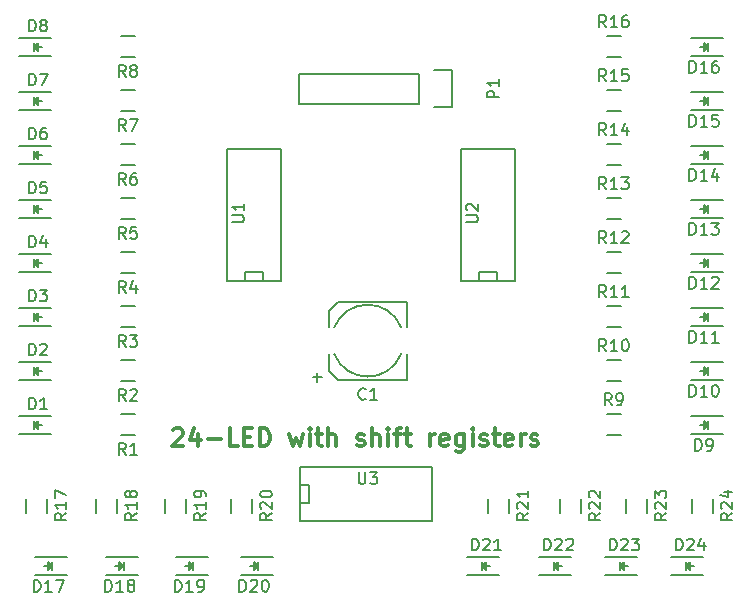
<source format=gto>
G04 #@! TF.FileFunction,Legend,Top*
%FSLAX46Y46*%
G04 Gerber Fmt 4.6, Leading zero omitted, Abs format (unit mm)*
G04 Created by KiCad (PCBNEW 4.0.4-stable) date 12/23/16 15:55:29*
%MOMM*%
%LPD*%
G01*
G04 APERTURE LIST*
%ADD10C,0.100000*%
%ADD11C,0.300000*%
%ADD12C,0.150000*%
G04 APERTURE END LIST*
D10*
D11*
X108995714Y-124924429D02*
X109067143Y-124853000D01*
X109210000Y-124781571D01*
X109567143Y-124781571D01*
X109710000Y-124853000D01*
X109781429Y-124924429D01*
X109852857Y-125067286D01*
X109852857Y-125210143D01*
X109781429Y-125424429D01*
X108924286Y-126281571D01*
X109852857Y-126281571D01*
X111138571Y-125281571D02*
X111138571Y-126281571D01*
X110781428Y-124710143D02*
X110424285Y-125781571D01*
X111352857Y-125781571D01*
X111924285Y-125710143D02*
X113067142Y-125710143D01*
X114495714Y-126281571D02*
X113781428Y-126281571D01*
X113781428Y-124781571D01*
X114995714Y-125495857D02*
X115495714Y-125495857D01*
X115710000Y-126281571D02*
X114995714Y-126281571D01*
X114995714Y-124781571D01*
X115710000Y-124781571D01*
X116352857Y-126281571D02*
X116352857Y-124781571D01*
X116710000Y-124781571D01*
X116924285Y-124853000D01*
X117067143Y-124995857D01*
X117138571Y-125138714D01*
X117210000Y-125424429D01*
X117210000Y-125638714D01*
X117138571Y-125924429D01*
X117067143Y-126067286D01*
X116924285Y-126210143D01*
X116710000Y-126281571D01*
X116352857Y-126281571D01*
X118852857Y-125281571D02*
X119138571Y-126281571D01*
X119424285Y-125567286D01*
X119710000Y-126281571D01*
X119995714Y-125281571D01*
X120567143Y-126281571D02*
X120567143Y-125281571D01*
X120567143Y-124781571D02*
X120495714Y-124853000D01*
X120567143Y-124924429D01*
X120638571Y-124853000D01*
X120567143Y-124781571D01*
X120567143Y-124924429D01*
X121067143Y-125281571D02*
X121638572Y-125281571D01*
X121281429Y-124781571D02*
X121281429Y-126067286D01*
X121352857Y-126210143D01*
X121495715Y-126281571D01*
X121638572Y-126281571D01*
X122138572Y-126281571D02*
X122138572Y-124781571D01*
X122781429Y-126281571D02*
X122781429Y-125495857D01*
X122710000Y-125353000D01*
X122567143Y-125281571D01*
X122352858Y-125281571D01*
X122210000Y-125353000D01*
X122138572Y-125424429D01*
X124567143Y-126210143D02*
X124710000Y-126281571D01*
X124995715Y-126281571D01*
X125138572Y-126210143D01*
X125210000Y-126067286D01*
X125210000Y-125995857D01*
X125138572Y-125853000D01*
X124995715Y-125781571D01*
X124781429Y-125781571D01*
X124638572Y-125710143D01*
X124567143Y-125567286D01*
X124567143Y-125495857D01*
X124638572Y-125353000D01*
X124781429Y-125281571D01*
X124995715Y-125281571D01*
X125138572Y-125353000D01*
X125852858Y-126281571D02*
X125852858Y-124781571D01*
X126495715Y-126281571D02*
X126495715Y-125495857D01*
X126424286Y-125353000D01*
X126281429Y-125281571D01*
X126067144Y-125281571D01*
X125924286Y-125353000D01*
X125852858Y-125424429D01*
X127210001Y-126281571D02*
X127210001Y-125281571D01*
X127210001Y-124781571D02*
X127138572Y-124853000D01*
X127210001Y-124924429D01*
X127281429Y-124853000D01*
X127210001Y-124781571D01*
X127210001Y-124924429D01*
X127710001Y-125281571D02*
X128281430Y-125281571D01*
X127924287Y-126281571D02*
X127924287Y-124995857D01*
X127995715Y-124853000D01*
X128138573Y-124781571D01*
X128281430Y-124781571D01*
X128567144Y-125281571D02*
X129138573Y-125281571D01*
X128781430Y-124781571D02*
X128781430Y-126067286D01*
X128852858Y-126210143D01*
X128995716Y-126281571D01*
X129138573Y-126281571D01*
X130781430Y-126281571D02*
X130781430Y-125281571D01*
X130781430Y-125567286D02*
X130852858Y-125424429D01*
X130924287Y-125353000D01*
X131067144Y-125281571D01*
X131210001Y-125281571D01*
X132281429Y-126210143D02*
X132138572Y-126281571D01*
X131852858Y-126281571D01*
X131710001Y-126210143D01*
X131638572Y-126067286D01*
X131638572Y-125495857D01*
X131710001Y-125353000D01*
X131852858Y-125281571D01*
X132138572Y-125281571D01*
X132281429Y-125353000D01*
X132352858Y-125495857D01*
X132352858Y-125638714D01*
X131638572Y-125781571D01*
X133638572Y-125281571D02*
X133638572Y-126495857D01*
X133567143Y-126638714D01*
X133495715Y-126710143D01*
X133352858Y-126781571D01*
X133138572Y-126781571D01*
X132995715Y-126710143D01*
X133638572Y-126210143D02*
X133495715Y-126281571D01*
X133210001Y-126281571D01*
X133067143Y-126210143D01*
X132995715Y-126138714D01*
X132924286Y-125995857D01*
X132924286Y-125567286D01*
X132995715Y-125424429D01*
X133067143Y-125353000D01*
X133210001Y-125281571D01*
X133495715Y-125281571D01*
X133638572Y-125353000D01*
X134352858Y-126281571D02*
X134352858Y-125281571D01*
X134352858Y-124781571D02*
X134281429Y-124853000D01*
X134352858Y-124924429D01*
X134424286Y-124853000D01*
X134352858Y-124781571D01*
X134352858Y-124924429D01*
X134995715Y-126210143D02*
X135138572Y-126281571D01*
X135424287Y-126281571D01*
X135567144Y-126210143D01*
X135638572Y-126067286D01*
X135638572Y-125995857D01*
X135567144Y-125853000D01*
X135424287Y-125781571D01*
X135210001Y-125781571D01*
X135067144Y-125710143D01*
X134995715Y-125567286D01*
X134995715Y-125495857D01*
X135067144Y-125353000D01*
X135210001Y-125281571D01*
X135424287Y-125281571D01*
X135567144Y-125353000D01*
X136067144Y-125281571D02*
X136638573Y-125281571D01*
X136281430Y-124781571D02*
X136281430Y-126067286D01*
X136352858Y-126210143D01*
X136495716Y-126281571D01*
X136638573Y-126281571D01*
X137710001Y-126210143D02*
X137567144Y-126281571D01*
X137281430Y-126281571D01*
X137138573Y-126210143D01*
X137067144Y-126067286D01*
X137067144Y-125495857D01*
X137138573Y-125353000D01*
X137281430Y-125281571D01*
X137567144Y-125281571D01*
X137710001Y-125353000D01*
X137781430Y-125495857D01*
X137781430Y-125638714D01*
X137067144Y-125781571D01*
X138424287Y-126281571D02*
X138424287Y-125281571D01*
X138424287Y-125567286D02*
X138495715Y-125424429D01*
X138567144Y-125353000D01*
X138710001Y-125281571D01*
X138852858Y-125281571D01*
X139281429Y-126210143D02*
X139424286Y-126281571D01*
X139710001Y-126281571D01*
X139852858Y-126210143D01*
X139924286Y-126067286D01*
X139924286Y-125995857D01*
X139852858Y-125853000D01*
X139710001Y-125781571D01*
X139495715Y-125781571D01*
X139352858Y-125710143D01*
X139281429Y-125567286D01*
X139281429Y-125495857D01*
X139352858Y-125353000D01*
X139495715Y-125281571D01*
X139710001Y-125281571D01*
X139852858Y-125353000D01*
D12*
X122643114Y-118463606D02*
G75*
G03X128308100Y-118465600I2832886J1115606D01*
G01*
X128308100Y-116230400D02*
G75*
G03X122643900Y-116230400I-2832100J-1117600D01*
G01*
X128778000Y-120650000D02*
X128778000Y-118465600D01*
X128778000Y-114046000D02*
X128778000Y-116230400D01*
X122174000Y-119888000D02*
X122174000Y-118465600D01*
X122174000Y-114808000D02*
X122174000Y-116230400D01*
X128778000Y-120650000D02*
X122936000Y-120650000D01*
X122936000Y-120650000D02*
X122174000Y-119888000D01*
X122174000Y-114808000D02*
X122936000Y-114046000D01*
X122936000Y-114046000D02*
X128778000Y-114046000D01*
X95936000Y-125210000D02*
X98636000Y-125210000D01*
X95936000Y-123710000D02*
X98636000Y-123710000D01*
X97436000Y-124610000D02*
X97436000Y-124360000D01*
X97436000Y-124360000D02*
X97286000Y-124510000D01*
X97186000Y-124110000D02*
X97186000Y-124810000D01*
X97536000Y-124460000D02*
X97886000Y-124460000D01*
X97186000Y-124460000D02*
X97536000Y-124110000D01*
X97536000Y-124110000D02*
X97536000Y-124810000D01*
X97536000Y-124810000D02*
X97186000Y-124460000D01*
X95936000Y-120638000D02*
X98636000Y-120638000D01*
X95936000Y-119138000D02*
X98636000Y-119138000D01*
X97436000Y-120038000D02*
X97436000Y-119788000D01*
X97436000Y-119788000D02*
X97286000Y-119938000D01*
X97186000Y-119538000D02*
X97186000Y-120238000D01*
X97536000Y-119888000D02*
X97886000Y-119888000D01*
X97186000Y-119888000D02*
X97536000Y-119538000D01*
X97536000Y-119538000D02*
X97536000Y-120238000D01*
X97536000Y-120238000D02*
X97186000Y-119888000D01*
X95936000Y-116066000D02*
X98636000Y-116066000D01*
X95936000Y-114566000D02*
X98636000Y-114566000D01*
X97436000Y-115466000D02*
X97436000Y-115216000D01*
X97436000Y-115216000D02*
X97286000Y-115366000D01*
X97186000Y-114966000D02*
X97186000Y-115666000D01*
X97536000Y-115316000D02*
X97886000Y-115316000D01*
X97186000Y-115316000D02*
X97536000Y-114966000D01*
X97536000Y-114966000D02*
X97536000Y-115666000D01*
X97536000Y-115666000D02*
X97186000Y-115316000D01*
X95936000Y-111494000D02*
X98636000Y-111494000D01*
X95936000Y-109994000D02*
X98636000Y-109994000D01*
X97436000Y-110894000D02*
X97436000Y-110644000D01*
X97436000Y-110644000D02*
X97286000Y-110794000D01*
X97186000Y-110394000D02*
X97186000Y-111094000D01*
X97536000Y-110744000D02*
X97886000Y-110744000D01*
X97186000Y-110744000D02*
X97536000Y-110394000D01*
X97536000Y-110394000D02*
X97536000Y-111094000D01*
X97536000Y-111094000D02*
X97186000Y-110744000D01*
X95936000Y-106922000D02*
X98636000Y-106922000D01*
X95936000Y-105422000D02*
X98636000Y-105422000D01*
X97436000Y-106322000D02*
X97436000Y-106072000D01*
X97436000Y-106072000D02*
X97286000Y-106222000D01*
X97186000Y-105822000D02*
X97186000Y-106522000D01*
X97536000Y-106172000D02*
X97886000Y-106172000D01*
X97186000Y-106172000D02*
X97536000Y-105822000D01*
X97536000Y-105822000D02*
X97536000Y-106522000D01*
X97536000Y-106522000D02*
X97186000Y-106172000D01*
X95936000Y-102350000D02*
X98636000Y-102350000D01*
X95936000Y-100850000D02*
X98636000Y-100850000D01*
X97436000Y-101750000D02*
X97436000Y-101500000D01*
X97436000Y-101500000D02*
X97286000Y-101650000D01*
X97186000Y-101250000D02*
X97186000Y-101950000D01*
X97536000Y-101600000D02*
X97886000Y-101600000D01*
X97186000Y-101600000D02*
X97536000Y-101250000D01*
X97536000Y-101250000D02*
X97536000Y-101950000D01*
X97536000Y-101950000D02*
X97186000Y-101600000D01*
X95936000Y-97778000D02*
X98636000Y-97778000D01*
X95936000Y-96278000D02*
X98636000Y-96278000D01*
X97436000Y-97178000D02*
X97436000Y-96928000D01*
X97436000Y-96928000D02*
X97286000Y-97078000D01*
X97186000Y-96678000D02*
X97186000Y-97378000D01*
X97536000Y-97028000D02*
X97886000Y-97028000D01*
X97186000Y-97028000D02*
X97536000Y-96678000D01*
X97536000Y-96678000D02*
X97536000Y-97378000D01*
X97536000Y-97378000D02*
X97186000Y-97028000D01*
X95936000Y-93206000D02*
X98636000Y-93206000D01*
X95936000Y-91706000D02*
X98636000Y-91706000D01*
X97436000Y-92606000D02*
X97436000Y-92356000D01*
X97436000Y-92356000D02*
X97286000Y-92506000D01*
X97186000Y-92106000D02*
X97186000Y-92806000D01*
X97536000Y-92456000D02*
X97886000Y-92456000D01*
X97186000Y-92456000D02*
X97536000Y-92106000D01*
X97536000Y-92106000D02*
X97536000Y-92806000D01*
X97536000Y-92806000D02*
X97186000Y-92456000D01*
X155524000Y-123710000D02*
X152824000Y-123710000D01*
X155524000Y-125210000D02*
X152824000Y-125210000D01*
X154024000Y-124310000D02*
X154024000Y-124560000D01*
X154024000Y-124560000D02*
X154174000Y-124410000D01*
X154274000Y-124810000D02*
X154274000Y-124110000D01*
X153924000Y-124460000D02*
X153574000Y-124460000D01*
X154274000Y-124460000D02*
X153924000Y-124810000D01*
X153924000Y-124810000D02*
X153924000Y-124110000D01*
X153924000Y-124110000D02*
X154274000Y-124460000D01*
X155524000Y-119138000D02*
X152824000Y-119138000D01*
X155524000Y-120638000D02*
X152824000Y-120638000D01*
X154024000Y-119738000D02*
X154024000Y-119988000D01*
X154024000Y-119988000D02*
X154174000Y-119838000D01*
X154274000Y-120238000D02*
X154274000Y-119538000D01*
X153924000Y-119888000D02*
X153574000Y-119888000D01*
X154274000Y-119888000D02*
X153924000Y-120238000D01*
X153924000Y-120238000D02*
X153924000Y-119538000D01*
X153924000Y-119538000D02*
X154274000Y-119888000D01*
X155524000Y-114566000D02*
X152824000Y-114566000D01*
X155524000Y-116066000D02*
X152824000Y-116066000D01*
X154024000Y-115166000D02*
X154024000Y-115416000D01*
X154024000Y-115416000D02*
X154174000Y-115266000D01*
X154274000Y-115666000D02*
X154274000Y-114966000D01*
X153924000Y-115316000D02*
X153574000Y-115316000D01*
X154274000Y-115316000D02*
X153924000Y-115666000D01*
X153924000Y-115666000D02*
X153924000Y-114966000D01*
X153924000Y-114966000D02*
X154274000Y-115316000D01*
X155524000Y-109994000D02*
X152824000Y-109994000D01*
X155524000Y-111494000D02*
X152824000Y-111494000D01*
X154024000Y-110594000D02*
X154024000Y-110844000D01*
X154024000Y-110844000D02*
X154174000Y-110694000D01*
X154274000Y-111094000D02*
X154274000Y-110394000D01*
X153924000Y-110744000D02*
X153574000Y-110744000D01*
X154274000Y-110744000D02*
X153924000Y-111094000D01*
X153924000Y-111094000D02*
X153924000Y-110394000D01*
X153924000Y-110394000D02*
X154274000Y-110744000D01*
X155524000Y-105422000D02*
X152824000Y-105422000D01*
X155524000Y-106922000D02*
X152824000Y-106922000D01*
X154024000Y-106022000D02*
X154024000Y-106272000D01*
X154024000Y-106272000D02*
X154174000Y-106122000D01*
X154274000Y-106522000D02*
X154274000Y-105822000D01*
X153924000Y-106172000D02*
X153574000Y-106172000D01*
X154274000Y-106172000D02*
X153924000Y-106522000D01*
X153924000Y-106522000D02*
X153924000Y-105822000D01*
X153924000Y-105822000D02*
X154274000Y-106172000D01*
X155524000Y-100850000D02*
X152824000Y-100850000D01*
X155524000Y-102350000D02*
X152824000Y-102350000D01*
X154024000Y-101450000D02*
X154024000Y-101700000D01*
X154024000Y-101700000D02*
X154174000Y-101550000D01*
X154274000Y-101950000D02*
X154274000Y-101250000D01*
X153924000Y-101600000D02*
X153574000Y-101600000D01*
X154274000Y-101600000D02*
X153924000Y-101950000D01*
X153924000Y-101950000D02*
X153924000Y-101250000D01*
X153924000Y-101250000D02*
X154274000Y-101600000D01*
X155524000Y-96278000D02*
X152824000Y-96278000D01*
X155524000Y-97778000D02*
X152824000Y-97778000D01*
X154024000Y-96878000D02*
X154024000Y-97128000D01*
X154024000Y-97128000D02*
X154174000Y-96978000D01*
X154274000Y-97378000D02*
X154274000Y-96678000D01*
X153924000Y-97028000D02*
X153574000Y-97028000D01*
X154274000Y-97028000D02*
X153924000Y-97378000D01*
X153924000Y-97378000D02*
X153924000Y-96678000D01*
X153924000Y-96678000D02*
X154274000Y-97028000D01*
X155524000Y-91706000D02*
X152824000Y-91706000D01*
X155524000Y-93206000D02*
X152824000Y-93206000D01*
X154024000Y-92306000D02*
X154024000Y-92556000D01*
X154024000Y-92556000D02*
X154174000Y-92406000D01*
X154274000Y-92806000D02*
X154274000Y-92106000D01*
X153924000Y-92456000D02*
X153574000Y-92456000D01*
X154274000Y-92456000D02*
X153924000Y-92806000D01*
X153924000Y-92806000D02*
X153924000Y-92106000D01*
X153924000Y-92106000D02*
X154274000Y-92456000D01*
X131064000Y-94462000D02*
X132614000Y-94462000D01*
X132614000Y-94462000D02*
X132614000Y-97562000D01*
X132614000Y-97562000D02*
X131064000Y-97562000D01*
X129794000Y-97282000D02*
X119634000Y-97282000D01*
X119634000Y-97282000D02*
X119634000Y-94742000D01*
X119634000Y-94742000D02*
X129794000Y-94742000D01*
X129794000Y-97282000D02*
X129794000Y-94742000D01*
X104556000Y-123585000D02*
X105756000Y-123585000D01*
X105756000Y-125335000D02*
X104556000Y-125335000D01*
X104556000Y-119013000D02*
X105756000Y-119013000D01*
X105756000Y-120763000D02*
X104556000Y-120763000D01*
X104556000Y-114441000D02*
X105756000Y-114441000D01*
X105756000Y-116191000D02*
X104556000Y-116191000D01*
X104556000Y-109869000D02*
X105756000Y-109869000D01*
X105756000Y-111619000D02*
X104556000Y-111619000D01*
X104556000Y-105297000D02*
X105756000Y-105297000D01*
X105756000Y-107047000D02*
X104556000Y-107047000D01*
X104556000Y-100725000D02*
X105756000Y-100725000D01*
X105756000Y-102475000D02*
X104556000Y-102475000D01*
X104556000Y-96153000D02*
X105756000Y-96153000D01*
X105756000Y-97903000D02*
X104556000Y-97903000D01*
X104556000Y-91581000D02*
X105756000Y-91581000D01*
X105756000Y-93331000D02*
X104556000Y-93331000D01*
X146904000Y-125335000D02*
X145704000Y-125335000D01*
X145704000Y-123585000D02*
X146904000Y-123585000D01*
X146904000Y-120763000D02*
X145704000Y-120763000D01*
X145704000Y-119013000D02*
X146904000Y-119013000D01*
X146904000Y-116191000D02*
X145704000Y-116191000D01*
X145704000Y-114441000D02*
X146904000Y-114441000D01*
X146904000Y-111619000D02*
X145704000Y-111619000D01*
X145704000Y-109869000D02*
X146904000Y-109869000D01*
X146904000Y-107047000D02*
X145704000Y-107047000D01*
X145704000Y-105297000D02*
X146904000Y-105297000D01*
X146904000Y-102475000D02*
X145704000Y-102475000D01*
X145704000Y-100725000D02*
X146904000Y-100725000D01*
X146904000Y-97903000D02*
X145704000Y-97903000D01*
X145704000Y-96153000D02*
X146904000Y-96153000D01*
X146904000Y-93331000D02*
X145704000Y-93331000D01*
X145704000Y-91581000D02*
X146904000Y-91581000D01*
X115062000Y-112268000D02*
X115062000Y-111506000D01*
X115062000Y-111506000D02*
X116586000Y-111506000D01*
X116586000Y-111506000D02*
X116586000Y-112268000D01*
X113538000Y-101092000D02*
X118110000Y-101092000D01*
X118110000Y-101092000D02*
X118110000Y-112268000D01*
X118110000Y-112268000D02*
X113538000Y-112268000D01*
X113538000Y-112268000D02*
X113538000Y-101092000D01*
X134874000Y-112268000D02*
X134874000Y-111506000D01*
X134874000Y-111506000D02*
X136398000Y-111506000D01*
X136398000Y-111506000D02*
X136398000Y-112268000D01*
X133350000Y-101092000D02*
X137922000Y-101092000D01*
X137922000Y-101092000D02*
X137922000Y-112268000D01*
X137922000Y-112268000D02*
X133350000Y-112268000D01*
X133350000Y-112268000D02*
X133350000Y-101092000D01*
X100025000Y-135648000D02*
X97325000Y-135648000D01*
X100025000Y-137148000D02*
X97325000Y-137148000D01*
X98525000Y-136248000D02*
X98525000Y-136498000D01*
X98525000Y-136498000D02*
X98675000Y-136348000D01*
X98775000Y-136748000D02*
X98775000Y-136048000D01*
X98425000Y-136398000D02*
X98075000Y-136398000D01*
X98775000Y-136398000D02*
X98425000Y-136748000D01*
X98425000Y-136748000D02*
X98425000Y-136048000D01*
X98425000Y-136048000D02*
X98775000Y-136398000D01*
X106057500Y-135648000D02*
X103357500Y-135648000D01*
X106057500Y-137148000D02*
X103357500Y-137148000D01*
X104557500Y-136248000D02*
X104557500Y-136498000D01*
X104557500Y-136498000D02*
X104707500Y-136348000D01*
X104807500Y-136748000D02*
X104807500Y-136048000D01*
X104457500Y-136398000D02*
X104107500Y-136398000D01*
X104807500Y-136398000D02*
X104457500Y-136748000D01*
X104457500Y-136748000D02*
X104457500Y-136048000D01*
X104457500Y-136048000D02*
X104807500Y-136398000D01*
X111963000Y-135648000D02*
X109263000Y-135648000D01*
X111963000Y-137148000D02*
X109263000Y-137148000D01*
X110463000Y-136248000D02*
X110463000Y-136498000D01*
X110463000Y-136498000D02*
X110613000Y-136348000D01*
X110713000Y-136748000D02*
X110713000Y-136048000D01*
X110363000Y-136398000D02*
X110013000Y-136398000D01*
X110713000Y-136398000D02*
X110363000Y-136748000D01*
X110363000Y-136748000D02*
X110363000Y-136048000D01*
X110363000Y-136048000D02*
X110713000Y-136398000D01*
X117424000Y-135648000D02*
X114724000Y-135648000D01*
X117424000Y-137148000D02*
X114724000Y-137148000D01*
X115924000Y-136248000D02*
X115924000Y-136498000D01*
X115924000Y-136498000D02*
X116074000Y-136348000D01*
X116174000Y-136748000D02*
X116174000Y-136048000D01*
X115824000Y-136398000D02*
X115474000Y-136398000D01*
X116174000Y-136398000D02*
X115824000Y-136748000D01*
X115824000Y-136748000D02*
X115824000Y-136048000D01*
X115824000Y-136048000D02*
X116174000Y-136398000D01*
X133909000Y-137148000D02*
X136609000Y-137148000D01*
X133909000Y-135648000D02*
X136609000Y-135648000D01*
X135409000Y-136548000D02*
X135409000Y-136298000D01*
X135409000Y-136298000D02*
X135259000Y-136448000D01*
X135159000Y-136048000D02*
X135159000Y-136748000D01*
X135509000Y-136398000D02*
X135859000Y-136398000D01*
X135159000Y-136398000D02*
X135509000Y-136048000D01*
X135509000Y-136048000D02*
X135509000Y-136748000D01*
X135509000Y-136748000D02*
X135159000Y-136398000D01*
X140005000Y-137148000D02*
X142705000Y-137148000D01*
X140005000Y-135648000D02*
X142705000Y-135648000D01*
X141505000Y-136548000D02*
X141505000Y-136298000D01*
X141505000Y-136298000D02*
X141355000Y-136448000D01*
X141255000Y-136048000D02*
X141255000Y-136748000D01*
X141605000Y-136398000D02*
X141955000Y-136398000D01*
X141255000Y-136398000D02*
X141605000Y-136048000D01*
X141605000Y-136048000D02*
X141605000Y-136748000D01*
X141605000Y-136748000D02*
X141255000Y-136398000D01*
X145593000Y-137148000D02*
X148293000Y-137148000D01*
X145593000Y-135648000D02*
X148293000Y-135648000D01*
X147093000Y-136548000D02*
X147093000Y-136298000D01*
X147093000Y-136298000D02*
X146943000Y-136448000D01*
X146843000Y-136048000D02*
X146843000Y-136748000D01*
X147193000Y-136398000D02*
X147543000Y-136398000D01*
X146843000Y-136398000D02*
X147193000Y-136048000D01*
X147193000Y-136048000D02*
X147193000Y-136748000D01*
X147193000Y-136748000D02*
X146843000Y-136398000D01*
X151181000Y-137148000D02*
X153881000Y-137148000D01*
X151181000Y-135648000D02*
X153881000Y-135648000D01*
X152681000Y-136548000D02*
X152681000Y-136298000D01*
X152681000Y-136298000D02*
X152531000Y-136448000D01*
X152431000Y-136048000D02*
X152431000Y-136748000D01*
X152781000Y-136398000D02*
X153131000Y-136398000D01*
X152431000Y-136398000D02*
X152781000Y-136048000D01*
X152781000Y-136048000D02*
X152781000Y-136748000D01*
X152781000Y-136748000D02*
X152431000Y-136398000D01*
X96534000Y-131918000D02*
X96534000Y-130718000D01*
X98284000Y-130718000D02*
X98284000Y-131918000D01*
X102503000Y-131918000D02*
X102503000Y-130718000D01*
X104253000Y-130718000D02*
X104253000Y-131918000D01*
X108345000Y-131918000D02*
X108345000Y-130718000D01*
X110095000Y-130718000D02*
X110095000Y-131918000D01*
X113933000Y-131918000D02*
X113933000Y-130718000D01*
X115683000Y-130718000D02*
X115683000Y-131918000D01*
X135650000Y-131918000D02*
X135650000Y-130718000D01*
X137400000Y-130718000D02*
X137400000Y-131918000D01*
X141746000Y-131918000D02*
X141746000Y-130718000D01*
X143496000Y-130718000D02*
X143496000Y-131918000D01*
X147334000Y-131918000D02*
X147334000Y-130718000D01*
X149084000Y-130718000D02*
X149084000Y-131918000D01*
X152922000Y-131918000D02*
X152922000Y-130718000D01*
X154672000Y-130718000D02*
X154672000Y-131918000D01*
X119761000Y-129540000D02*
X120523000Y-129540000D01*
X120523000Y-129540000D02*
X120523000Y-131064000D01*
X120523000Y-131064000D02*
X119761000Y-131064000D01*
X130937000Y-128016000D02*
X130937000Y-132588000D01*
X130937000Y-132588000D02*
X119761000Y-132588000D01*
X119761000Y-132588000D02*
X119761000Y-128016000D01*
X119761000Y-128016000D02*
X130937000Y-128016000D01*
X125309334Y-122264443D02*
X125261715Y-122312062D01*
X125118858Y-122359681D01*
X125023620Y-122359681D01*
X124880762Y-122312062D01*
X124785524Y-122216824D01*
X124737905Y-122121586D01*
X124690286Y-121931110D01*
X124690286Y-121788252D01*
X124737905Y-121597776D01*
X124785524Y-121502538D01*
X124880762Y-121407300D01*
X125023620Y-121359681D01*
X125118858Y-121359681D01*
X125261715Y-121407300D01*
X125309334Y-121454919D01*
X126261715Y-122359681D02*
X125690286Y-122359681D01*
X125976000Y-122359681D02*
X125976000Y-121359681D01*
X125880762Y-121502538D01*
X125785524Y-121597776D01*
X125690286Y-121645395D01*
X120815148Y-120429329D02*
X121577053Y-120429329D01*
X121196101Y-120810281D02*
X121196101Y-120048376D01*
X96797905Y-123162381D02*
X96797905Y-122162381D01*
X97036000Y-122162381D01*
X97178858Y-122210000D01*
X97274096Y-122305238D01*
X97321715Y-122400476D01*
X97369334Y-122590952D01*
X97369334Y-122733810D01*
X97321715Y-122924286D01*
X97274096Y-123019524D01*
X97178858Y-123114762D01*
X97036000Y-123162381D01*
X96797905Y-123162381D01*
X98321715Y-123162381D02*
X97750286Y-123162381D01*
X98036000Y-123162381D02*
X98036000Y-122162381D01*
X97940762Y-122305238D01*
X97845524Y-122400476D01*
X97750286Y-122448095D01*
X96797905Y-118590381D02*
X96797905Y-117590381D01*
X97036000Y-117590381D01*
X97178858Y-117638000D01*
X97274096Y-117733238D01*
X97321715Y-117828476D01*
X97369334Y-118018952D01*
X97369334Y-118161810D01*
X97321715Y-118352286D01*
X97274096Y-118447524D01*
X97178858Y-118542762D01*
X97036000Y-118590381D01*
X96797905Y-118590381D01*
X97750286Y-117685619D02*
X97797905Y-117638000D01*
X97893143Y-117590381D01*
X98131239Y-117590381D01*
X98226477Y-117638000D01*
X98274096Y-117685619D01*
X98321715Y-117780857D01*
X98321715Y-117876095D01*
X98274096Y-118018952D01*
X97702667Y-118590381D01*
X98321715Y-118590381D01*
X96797905Y-114018381D02*
X96797905Y-113018381D01*
X97036000Y-113018381D01*
X97178858Y-113066000D01*
X97274096Y-113161238D01*
X97321715Y-113256476D01*
X97369334Y-113446952D01*
X97369334Y-113589810D01*
X97321715Y-113780286D01*
X97274096Y-113875524D01*
X97178858Y-113970762D01*
X97036000Y-114018381D01*
X96797905Y-114018381D01*
X97702667Y-113018381D02*
X98321715Y-113018381D01*
X97988381Y-113399333D01*
X98131239Y-113399333D01*
X98226477Y-113446952D01*
X98274096Y-113494571D01*
X98321715Y-113589810D01*
X98321715Y-113827905D01*
X98274096Y-113923143D01*
X98226477Y-113970762D01*
X98131239Y-114018381D01*
X97845524Y-114018381D01*
X97750286Y-113970762D01*
X97702667Y-113923143D01*
X96797905Y-109446381D02*
X96797905Y-108446381D01*
X97036000Y-108446381D01*
X97178858Y-108494000D01*
X97274096Y-108589238D01*
X97321715Y-108684476D01*
X97369334Y-108874952D01*
X97369334Y-109017810D01*
X97321715Y-109208286D01*
X97274096Y-109303524D01*
X97178858Y-109398762D01*
X97036000Y-109446381D01*
X96797905Y-109446381D01*
X98226477Y-108779714D02*
X98226477Y-109446381D01*
X97988381Y-108398762D02*
X97750286Y-109113048D01*
X98369334Y-109113048D01*
X96797905Y-104874381D02*
X96797905Y-103874381D01*
X97036000Y-103874381D01*
X97178858Y-103922000D01*
X97274096Y-104017238D01*
X97321715Y-104112476D01*
X97369334Y-104302952D01*
X97369334Y-104445810D01*
X97321715Y-104636286D01*
X97274096Y-104731524D01*
X97178858Y-104826762D01*
X97036000Y-104874381D01*
X96797905Y-104874381D01*
X98274096Y-103874381D02*
X97797905Y-103874381D01*
X97750286Y-104350571D01*
X97797905Y-104302952D01*
X97893143Y-104255333D01*
X98131239Y-104255333D01*
X98226477Y-104302952D01*
X98274096Y-104350571D01*
X98321715Y-104445810D01*
X98321715Y-104683905D01*
X98274096Y-104779143D01*
X98226477Y-104826762D01*
X98131239Y-104874381D01*
X97893143Y-104874381D01*
X97797905Y-104826762D01*
X97750286Y-104779143D01*
X96797905Y-100302381D02*
X96797905Y-99302381D01*
X97036000Y-99302381D01*
X97178858Y-99350000D01*
X97274096Y-99445238D01*
X97321715Y-99540476D01*
X97369334Y-99730952D01*
X97369334Y-99873810D01*
X97321715Y-100064286D01*
X97274096Y-100159524D01*
X97178858Y-100254762D01*
X97036000Y-100302381D01*
X96797905Y-100302381D01*
X98226477Y-99302381D02*
X98036000Y-99302381D01*
X97940762Y-99350000D01*
X97893143Y-99397619D01*
X97797905Y-99540476D01*
X97750286Y-99730952D01*
X97750286Y-100111905D01*
X97797905Y-100207143D01*
X97845524Y-100254762D01*
X97940762Y-100302381D01*
X98131239Y-100302381D01*
X98226477Y-100254762D01*
X98274096Y-100207143D01*
X98321715Y-100111905D01*
X98321715Y-99873810D01*
X98274096Y-99778571D01*
X98226477Y-99730952D01*
X98131239Y-99683333D01*
X97940762Y-99683333D01*
X97845524Y-99730952D01*
X97797905Y-99778571D01*
X97750286Y-99873810D01*
X96797905Y-95730381D02*
X96797905Y-94730381D01*
X97036000Y-94730381D01*
X97178858Y-94778000D01*
X97274096Y-94873238D01*
X97321715Y-94968476D01*
X97369334Y-95158952D01*
X97369334Y-95301810D01*
X97321715Y-95492286D01*
X97274096Y-95587524D01*
X97178858Y-95682762D01*
X97036000Y-95730381D01*
X96797905Y-95730381D01*
X97702667Y-94730381D02*
X98369334Y-94730381D01*
X97940762Y-95730381D01*
X96797905Y-91158381D02*
X96797905Y-90158381D01*
X97036000Y-90158381D01*
X97178858Y-90206000D01*
X97274096Y-90301238D01*
X97321715Y-90396476D01*
X97369334Y-90586952D01*
X97369334Y-90729810D01*
X97321715Y-90920286D01*
X97274096Y-91015524D01*
X97178858Y-91110762D01*
X97036000Y-91158381D01*
X96797905Y-91158381D01*
X97940762Y-90586952D02*
X97845524Y-90539333D01*
X97797905Y-90491714D01*
X97750286Y-90396476D01*
X97750286Y-90348857D01*
X97797905Y-90253619D01*
X97845524Y-90206000D01*
X97940762Y-90158381D01*
X98131239Y-90158381D01*
X98226477Y-90206000D01*
X98274096Y-90253619D01*
X98321715Y-90348857D01*
X98321715Y-90396476D01*
X98274096Y-90491714D01*
X98226477Y-90539333D01*
X98131239Y-90586952D01*
X97940762Y-90586952D01*
X97845524Y-90634571D01*
X97797905Y-90682190D01*
X97750286Y-90777429D01*
X97750286Y-90967905D01*
X97797905Y-91063143D01*
X97845524Y-91110762D01*
X97940762Y-91158381D01*
X98131239Y-91158381D01*
X98226477Y-91110762D01*
X98274096Y-91063143D01*
X98321715Y-90967905D01*
X98321715Y-90777429D01*
X98274096Y-90682190D01*
X98226477Y-90634571D01*
X98131239Y-90586952D01*
X153185905Y-126662381D02*
X153185905Y-125662381D01*
X153424000Y-125662381D01*
X153566858Y-125710000D01*
X153662096Y-125805238D01*
X153709715Y-125900476D01*
X153757334Y-126090952D01*
X153757334Y-126233810D01*
X153709715Y-126424286D01*
X153662096Y-126519524D01*
X153566858Y-126614762D01*
X153424000Y-126662381D01*
X153185905Y-126662381D01*
X154233524Y-126662381D02*
X154424000Y-126662381D01*
X154519239Y-126614762D01*
X154566858Y-126567143D01*
X154662096Y-126424286D01*
X154709715Y-126233810D01*
X154709715Y-125852857D01*
X154662096Y-125757619D01*
X154614477Y-125710000D01*
X154519239Y-125662381D01*
X154328762Y-125662381D01*
X154233524Y-125710000D01*
X154185905Y-125757619D01*
X154138286Y-125852857D01*
X154138286Y-126090952D01*
X154185905Y-126186190D01*
X154233524Y-126233810D01*
X154328762Y-126281429D01*
X154519239Y-126281429D01*
X154614477Y-126233810D01*
X154662096Y-126186190D01*
X154709715Y-126090952D01*
X152709714Y-122090381D02*
X152709714Y-121090381D01*
X152947809Y-121090381D01*
X153090667Y-121138000D01*
X153185905Y-121233238D01*
X153233524Y-121328476D01*
X153281143Y-121518952D01*
X153281143Y-121661810D01*
X153233524Y-121852286D01*
X153185905Y-121947524D01*
X153090667Y-122042762D01*
X152947809Y-122090381D01*
X152709714Y-122090381D01*
X154233524Y-122090381D02*
X153662095Y-122090381D01*
X153947809Y-122090381D02*
X153947809Y-121090381D01*
X153852571Y-121233238D01*
X153757333Y-121328476D01*
X153662095Y-121376095D01*
X154852571Y-121090381D02*
X154947810Y-121090381D01*
X155043048Y-121138000D01*
X155090667Y-121185619D01*
X155138286Y-121280857D01*
X155185905Y-121471333D01*
X155185905Y-121709429D01*
X155138286Y-121899905D01*
X155090667Y-121995143D01*
X155043048Y-122042762D01*
X154947810Y-122090381D01*
X154852571Y-122090381D01*
X154757333Y-122042762D01*
X154709714Y-121995143D01*
X154662095Y-121899905D01*
X154614476Y-121709429D01*
X154614476Y-121471333D01*
X154662095Y-121280857D01*
X154709714Y-121185619D01*
X154757333Y-121138000D01*
X154852571Y-121090381D01*
X152709714Y-117518381D02*
X152709714Y-116518381D01*
X152947809Y-116518381D01*
X153090667Y-116566000D01*
X153185905Y-116661238D01*
X153233524Y-116756476D01*
X153281143Y-116946952D01*
X153281143Y-117089810D01*
X153233524Y-117280286D01*
X153185905Y-117375524D01*
X153090667Y-117470762D01*
X152947809Y-117518381D01*
X152709714Y-117518381D01*
X154233524Y-117518381D02*
X153662095Y-117518381D01*
X153947809Y-117518381D02*
X153947809Y-116518381D01*
X153852571Y-116661238D01*
X153757333Y-116756476D01*
X153662095Y-116804095D01*
X155185905Y-117518381D02*
X154614476Y-117518381D01*
X154900190Y-117518381D02*
X154900190Y-116518381D01*
X154804952Y-116661238D01*
X154709714Y-116756476D01*
X154614476Y-116804095D01*
X152709714Y-112946381D02*
X152709714Y-111946381D01*
X152947809Y-111946381D01*
X153090667Y-111994000D01*
X153185905Y-112089238D01*
X153233524Y-112184476D01*
X153281143Y-112374952D01*
X153281143Y-112517810D01*
X153233524Y-112708286D01*
X153185905Y-112803524D01*
X153090667Y-112898762D01*
X152947809Y-112946381D01*
X152709714Y-112946381D01*
X154233524Y-112946381D02*
X153662095Y-112946381D01*
X153947809Y-112946381D02*
X153947809Y-111946381D01*
X153852571Y-112089238D01*
X153757333Y-112184476D01*
X153662095Y-112232095D01*
X154614476Y-112041619D02*
X154662095Y-111994000D01*
X154757333Y-111946381D01*
X154995429Y-111946381D01*
X155090667Y-111994000D01*
X155138286Y-112041619D01*
X155185905Y-112136857D01*
X155185905Y-112232095D01*
X155138286Y-112374952D01*
X154566857Y-112946381D01*
X155185905Y-112946381D01*
X152709714Y-108374381D02*
X152709714Y-107374381D01*
X152947809Y-107374381D01*
X153090667Y-107422000D01*
X153185905Y-107517238D01*
X153233524Y-107612476D01*
X153281143Y-107802952D01*
X153281143Y-107945810D01*
X153233524Y-108136286D01*
X153185905Y-108231524D01*
X153090667Y-108326762D01*
X152947809Y-108374381D01*
X152709714Y-108374381D01*
X154233524Y-108374381D02*
X153662095Y-108374381D01*
X153947809Y-108374381D02*
X153947809Y-107374381D01*
X153852571Y-107517238D01*
X153757333Y-107612476D01*
X153662095Y-107660095D01*
X154566857Y-107374381D02*
X155185905Y-107374381D01*
X154852571Y-107755333D01*
X154995429Y-107755333D01*
X155090667Y-107802952D01*
X155138286Y-107850571D01*
X155185905Y-107945810D01*
X155185905Y-108183905D01*
X155138286Y-108279143D01*
X155090667Y-108326762D01*
X154995429Y-108374381D01*
X154709714Y-108374381D01*
X154614476Y-108326762D01*
X154566857Y-108279143D01*
X152709714Y-103802381D02*
X152709714Y-102802381D01*
X152947809Y-102802381D01*
X153090667Y-102850000D01*
X153185905Y-102945238D01*
X153233524Y-103040476D01*
X153281143Y-103230952D01*
X153281143Y-103373810D01*
X153233524Y-103564286D01*
X153185905Y-103659524D01*
X153090667Y-103754762D01*
X152947809Y-103802381D01*
X152709714Y-103802381D01*
X154233524Y-103802381D02*
X153662095Y-103802381D01*
X153947809Y-103802381D02*
X153947809Y-102802381D01*
X153852571Y-102945238D01*
X153757333Y-103040476D01*
X153662095Y-103088095D01*
X155090667Y-103135714D02*
X155090667Y-103802381D01*
X154852571Y-102754762D02*
X154614476Y-103469048D01*
X155233524Y-103469048D01*
X152709714Y-99230381D02*
X152709714Y-98230381D01*
X152947809Y-98230381D01*
X153090667Y-98278000D01*
X153185905Y-98373238D01*
X153233524Y-98468476D01*
X153281143Y-98658952D01*
X153281143Y-98801810D01*
X153233524Y-98992286D01*
X153185905Y-99087524D01*
X153090667Y-99182762D01*
X152947809Y-99230381D01*
X152709714Y-99230381D01*
X154233524Y-99230381D02*
X153662095Y-99230381D01*
X153947809Y-99230381D02*
X153947809Y-98230381D01*
X153852571Y-98373238D01*
X153757333Y-98468476D01*
X153662095Y-98516095D01*
X155138286Y-98230381D02*
X154662095Y-98230381D01*
X154614476Y-98706571D01*
X154662095Y-98658952D01*
X154757333Y-98611333D01*
X154995429Y-98611333D01*
X155090667Y-98658952D01*
X155138286Y-98706571D01*
X155185905Y-98801810D01*
X155185905Y-99039905D01*
X155138286Y-99135143D01*
X155090667Y-99182762D01*
X154995429Y-99230381D01*
X154757333Y-99230381D01*
X154662095Y-99182762D01*
X154614476Y-99135143D01*
X152709714Y-94658381D02*
X152709714Y-93658381D01*
X152947809Y-93658381D01*
X153090667Y-93706000D01*
X153185905Y-93801238D01*
X153233524Y-93896476D01*
X153281143Y-94086952D01*
X153281143Y-94229810D01*
X153233524Y-94420286D01*
X153185905Y-94515524D01*
X153090667Y-94610762D01*
X152947809Y-94658381D01*
X152709714Y-94658381D01*
X154233524Y-94658381D02*
X153662095Y-94658381D01*
X153947809Y-94658381D02*
X153947809Y-93658381D01*
X153852571Y-93801238D01*
X153757333Y-93896476D01*
X153662095Y-93944095D01*
X155090667Y-93658381D02*
X154900190Y-93658381D01*
X154804952Y-93706000D01*
X154757333Y-93753619D01*
X154662095Y-93896476D01*
X154614476Y-94086952D01*
X154614476Y-94467905D01*
X154662095Y-94563143D01*
X154709714Y-94610762D01*
X154804952Y-94658381D01*
X154995429Y-94658381D01*
X155090667Y-94610762D01*
X155138286Y-94563143D01*
X155185905Y-94467905D01*
X155185905Y-94229810D01*
X155138286Y-94134571D01*
X155090667Y-94086952D01*
X154995429Y-94039333D01*
X154804952Y-94039333D01*
X154709714Y-94086952D01*
X154662095Y-94134571D01*
X154614476Y-94229810D01*
X136616381Y-96750095D02*
X135616381Y-96750095D01*
X135616381Y-96369142D01*
X135664000Y-96273904D01*
X135711619Y-96226285D01*
X135806857Y-96178666D01*
X135949714Y-96178666D01*
X136044952Y-96226285D01*
X136092571Y-96273904D01*
X136140190Y-96369142D01*
X136140190Y-96750095D01*
X136616381Y-95226285D02*
X136616381Y-95797714D01*
X136616381Y-95512000D02*
X135616381Y-95512000D01*
X135759238Y-95607238D01*
X135854476Y-95702476D01*
X135902095Y-95797714D01*
X104989334Y-127012381D02*
X104656000Y-126536190D01*
X104417905Y-127012381D02*
X104417905Y-126012381D01*
X104798858Y-126012381D01*
X104894096Y-126060000D01*
X104941715Y-126107619D01*
X104989334Y-126202857D01*
X104989334Y-126345714D01*
X104941715Y-126440952D01*
X104894096Y-126488571D01*
X104798858Y-126536190D01*
X104417905Y-126536190D01*
X105941715Y-127012381D02*
X105370286Y-127012381D01*
X105656000Y-127012381D02*
X105656000Y-126012381D01*
X105560762Y-126155238D01*
X105465524Y-126250476D01*
X105370286Y-126298095D01*
X104989334Y-122440381D02*
X104656000Y-121964190D01*
X104417905Y-122440381D02*
X104417905Y-121440381D01*
X104798858Y-121440381D01*
X104894096Y-121488000D01*
X104941715Y-121535619D01*
X104989334Y-121630857D01*
X104989334Y-121773714D01*
X104941715Y-121868952D01*
X104894096Y-121916571D01*
X104798858Y-121964190D01*
X104417905Y-121964190D01*
X105370286Y-121535619D02*
X105417905Y-121488000D01*
X105513143Y-121440381D01*
X105751239Y-121440381D01*
X105846477Y-121488000D01*
X105894096Y-121535619D01*
X105941715Y-121630857D01*
X105941715Y-121726095D01*
X105894096Y-121868952D01*
X105322667Y-122440381D01*
X105941715Y-122440381D01*
X104989334Y-117868381D02*
X104656000Y-117392190D01*
X104417905Y-117868381D02*
X104417905Y-116868381D01*
X104798858Y-116868381D01*
X104894096Y-116916000D01*
X104941715Y-116963619D01*
X104989334Y-117058857D01*
X104989334Y-117201714D01*
X104941715Y-117296952D01*
X104894096Y-117344571D01*
X104798858Y-117392190D01*
X104417905Y-117392190D01*
X105322667Y-116868381D02*
X105941715Y-116868381D01*
X105608381Y-117249333D01*
X105751239Y-117249333D01*
X105846477Y-117296952D01*
X105894096Y-117344571D01*
X105941715Y-117439810D01*
X105941715Y-117677905D01*
X105894096Y-117773143D01*
X105846477Y-117820762D01*
X105751239Y-117868381D01*
X105465524Y-117868381D01*
X105370286Y-117820762D01*
X105322667Y-117773143D01*
X104989334Y-113296381D02*
X104656000Y-112820190D01*
X104417905Y-113296381D02*
X104417905Y-112296381D01*
X104798858Y-112296381D01*
X104894096Y-112344000D01*
X104941715Y-112391619D01*
X104989334Y-112486857D01*
X104989334Y-112629714D01*
X104941715Y-112724952D01*
X104894096Y-112772571D01*
X104798858Y-112820190D01*
X104417905Y-112820190D01*
X105846477Y-112629714D02*
X105846477Y-113296381D01*
X105608381Y-112248762D02*
X105370286Y-112963048D01*
X105989334Y-112963048D01*
X104989334Y-108724381D02*
X104656000Y-108248190D01*
X104417905Y-108724381D02*
X104417905Y-107724381D01*
X104798858Y-107724381D01*
X104894096Y-107772000D01*
X104941715Y-107819619D01*
X104989334Y-107914857D01*
X104989334Y-108057714D01*
X104941715Y-108152952D01*
X104894096Y-108200571D01*
X104798858Y-108248190D01*
X104417905Y-108248190D01*
X105894096Y-107724381D02*
X105417905Y-107724381D01*
X105370286Y-108200571D01*
X105417905Y-108152952D01*
X105513143Y-108105333D01*
X105751239Y-108105333D01*
X105846477Y-108152952D01*
X105894096Y-108200571D01*
X105941715Y-108295810D01*
X105941715Y-108533905D01*
X105894096Y-108629143D01*
X105846477Y-108676762D01*
X105751239Y-108724381D01*
X105513143Y-108724381D01*
X105417905Y-108676762D01*
X105370286Y-108629143D01*
X104989334Y-104152381D02*
X104656000Y-103676190D01*
X104417905Y-104152381D02*
X104417905Y-103152381D01*
X104798858Y-103152381D01*
X104894096Y-103200000D01*
X104941715Y-103247619D01*
X104989334Y-103342857D01*
X104989334Y-103485714D01*
X104941715Y-103580952D01*
X104894096Y-103628571D01*
X104798858Y-103676190D01*
X104417905Y-103676190D01*
X105846477Y-103152381D02*
X105656000Y-103152381D01*
X105560762Y-103200000D01*
X105513143Y-103247619D01*
X105417905Y-103390476D01*
X105370286Y-103580952D01*
X105370286Y-103961905D01*
X105417905Y-104057143D01*
X105465524Y-104104762D01*
X105560762Y-104152381D01*
X105751239Y-104152381D01*
X105846477Y-104104762D01*
X105894096Y-104057143D01*
X105941715Y-103961905D01*
X105941715Y-103723810D01*
X105894096Y-103628571D01*
X105846477Y-103580952D01*
X105751239Y-103533333D01*
X105560762Y-103533333D01*
X105465524Y-103580952D01*
X105417905Y-103628571D01*
X105370286Y-103723810D01*
X104989334Y-99580381D02*
X104656000Y-99104190D01*
X104417905Y-99580381D02*
X104417905Y-98580381D01*
X104798858Y-98580381D01*
X104894096Y-98628000D01*
X104941715Y-98675619D01*
X104989334Y-98770857D01*
X104989334Y-98913714D01*
X104941715Y-99008952D01*
X104894096Y-99056571D01*
X104798858Y-99104190D01*
X104417905Y-99104190D01*
X105322667Y-98580381D02*
X105989334Y-98580381D01*
X105560762Y-99580381D01*
X104989334Y-95008381D02*
X104656000Y-94532190D01*
X104417905Y-95008381D02*
X104417905Y-94008381D01*
X104798858Y-94008381D01*
X104894096Y-94056000D01*
X104941715Y-94103619D01*
X104989334Y-94198857D01*
X104989334Y-94341714D01*
X104941715Y-94436952D01*
X104894096Y-94484571D01*
X104798858Y-94532190D01*
X104417905Y-94532190D01*
X105560762Y-94436952D02*
X105465524Y-94389333D01*
X105417905Y-94341714D01*
X105370286Y-94246476D01*
X105370286Y-94198857D01*
X105417905Y-94103619D01*
X105465524Y-94056000D01*
X105560762Y-94008381D01*
X105751239Y-94008381D01*
X105846477Y-94056000D01*
X105894096Y-94103619D01*
X105941715Y-94198857D01*
X105941715Y-94246476D01*
X105894096Y-94341714D01*
X105846477Y-94389333D01*
X105751239Y-94436952D01*
X105560762Y-94436952D01*
X105465524Y-94484571D01*
X105417905Y-94532190D01*
X105370286Y-94627429D01*
X105370286Y-94817905D01*
X105417905Y-94913143D01*
X105465524Y-94960762D01*
X105560762Y-95008381D01*
X105751239Y-95008381D01*
X105846477Y-94960762D01*
X105894096Y-94913143D01*
X105941715Y-94817905D01*
X105941715Y-94627429D01*
X105894096Y-94532190D01*
X105846477Y-94484571D01*
X105751239Y-94436952D01*
X146137334Y-122812381D02*
X145804000Y-122336190D01*
X145565905Y-122812381D02*
X145565905Y-121812381D01*
X145946858Y-121812381D01*
X146042096Y-121860000D01*
X146089715Y-121907619D01*
X146137334Y-122002857D01*
X146137334Y-122145714D01*
X146089715Y-122240952D01*
X146042096Y-122288571D01*
X145946858Y-122336190D01*
X145565905Y-122336190D01*
X146613524Y-122812381D02*
X146804000Y-122812381D01*
X146899239Y-122764762D01*
X146946858Y-122717143D01*
X147042096Y-122574286D01*
X147089715Y-122383810D01*
X147089715Y-122002857D01*
X147042096Y-121907619D01*
X146994477Y-121860000D01*
X146899239Y-121812381D01*
X146708762Y-121812381D01*
X146613524Y-121860000D01*
X146565905Y-121907619D01*
X146518286Y-122002857D01*
X146518286Y-122240952D01*
X146565905Y-122336190D01*
X146613524Y-122383810D01*
X146708762Y-122431429D01*
X146899239Y-122431429D01*
X146994477Y-122383810D01*
X147042096Y-122336190D01*
X147089715Y-122240952D01*
X145661143Y-118240381D02*
X145327809Y-117764190D01*
X145089714Y-118240381D02*
X145089714Y-117240381D01*
X145470667Y-117240381D01*
X145565905Y-117288000D01*
X145613524Y-117335619D01*
X145661143Y-117430857D01*
X145661143Y-117573714D01*
X145613524Y-117668952D01*
X145565905Y-117716571D01*
X145470667Y-117764190D01*
X145089714Y-117764190D01*
X146613524Y-118240381D02*
X146042095Y-118240381D01*
X146327809Y-118240381D02*
X146327809Y-117240381D01*
X146232571Y-117383238D01*
X146137333Y-117478476D01*
X146042095Y-117526095D01*
X147232571Y-117240381D02*
X147327810Y-117240381D01*
X147423048Y-117288000D01*
X147470667Y-117335619D01*
X147518286Y-117430857D01*
X147565905Y-117621333D01*
X147565905Y-117859429D01*
X147518286Y-118049905D01*
X147470667Y-118145143D01*
X147423048Y-118192762D01*
X147327810Y-118240381D01*
X147232571Y-118240381D01*
X147137333Y-118192762D01*
X147089714Y-118145143D01*
X147042095Y-118049905D01*
X146994476Y-117859429D01*
X146994476Y-117621333D01*
X147042095Y-117430857D01*
X147089714Y-117335619D01*
X147137333Y-117288000D01*
X147232571Y-117240381D01*
X145661143Y-113668381D02*
X145327809Y-113192190D01*
X145089714Y-113668381D02*
X145089714Y-112668381D01*
X145470667Y-112668381D01*
X145565905Y-112716000D01*
X145613524Y-112763619D01*
X145661143Y-112858857D01*
X145661143Y-113001714D01*
X145613524Y-113096952D01*
X145565905Y-113144571D01*
X145470667Y-113192190D01*
X145089714Y-113192190D01*
X146613524Y-113668381D02*
X146042095Y-113668381D01*
X146327809Y-113668381D02*
X146327809Y-112668381D01*
X146232571Y-112811238D01*
X146137333Y-112906476D01*
X146042095Y-112954095D01*
X147565905Y-113668381D02*
X146994476Y-113668381D01*
X147280190Y-113668381D02*
X147280190Y-112668381D01*
X147184952Y-112811238D01*
X147089714Y-112906476D01*
X146994476Y-112954095D01*
X145661143Y-109096381D02*
X145327809Y-108620190D01*
X145089714Y-109096381D02*
X145089714Y-108096381D01*
X145470667Y-108096381D01*
X145565905Y-108144000D01*
X145613524Y-108191619D01*
X145661143Y-108286857D01*
X145661143Y-108429714D01*
X145613524Y-108524952D01*
X145565905Y-108572571D01*
X145470667Y-108620190D01*
X145089714Y-108620190D01*
X146613524Y-109096381D02*
X146042095Y-109096381D01*
X146327809Y-109096381D02*
X146327809Y-108096381D01*
X146232571Y-108239238D01*
X146137333Y-108334476D01*
X146042095Y-108382095D01*
X146994476Y-108191619D02*
X147042095Y-108144000D01*
X147137333Y-108096381D01*
X147375429Y-108096381D01*
X147470667Y-108144000D01*
X147518286Y-108191619D01*
X147565905Y-108286857D01*
X147565905Y-108382095D01*
X147518286Y-108524952D01*
X146946857Y-109096381D01*
X147565905Y-109096381D01*
X145661143Y-104524381D02*
X145327809Y-104048190D01*
X145089714Y-104524381D02*
X145089714Y-103524381D01*
X145470667Y-103524381D01*
X145565905Y-103572000D01*
X145613524Y-103619619D01*
X145661143Y-103714857D01*
X145661143Y-103857714D01*
X145613524Y-103952952D01*
X145565905Y-104000571D01*
X145470667Y-104048190D01*
X145089714Y-104048190D01*
X146613524Y-104524381D02*
X146042095Y-104524381D01*
X146327809Y-104524381D02*
X146327809Y-103524381D01*
X146232571Y-103667238D01*
X146137333Y-103762476D01*
X146042095Y-103810095D01*
X146946857Y-103524381D02*
X147565905Y-103524381D01*
X147232571Y-103905333D01*
X147375429Y-103905333D01*
X147470667Y-103952952D01*
X147518286Y-104000571D01*
X147565905Y-104095810D01*
X147565905Y-104333905D01*
X147518286Y-104429143D01*
X147470667Y-104476762D01*
X147375429Y-104524381D01*
X147089714Y-104524381D01*
X146994476Y-104476762D01*
X146946857Y-104429143D01*
X145661143Y-99952381D02*
X145327809Y-99476190D01*
X145089714Y-99952381D02*
X145089714Y-98952381D01*
X145470667Y-98952381D01*
X145565905Y-99000000D01*
X145613524Y-99047619D01*
X145661143Y-99142857D01*
X145661143Y-99285714D01*
X145613524Y-99380952D01*
X145565905Y-99428571D01*
X145470667Y-99476190D01*
X145089714Y-99476190D01*
X146613524Y-99952381D02*
X146042095Y-99952381D01*
X146327809Y-99952381D02*
X146327809Y-98952381D01*
X146232571Y-99095238D01*
X146137333Y-99190476D01*
X146042095Y-99238095D01*
X147470667Y-99285714D02*
X147470667Y-99952381D01*
X147232571Y-98904762D02*
X146994476Y-99619048D01*
X147613524Y-99619048D01*
X145661143Y-95380381D02*
X145327809Y-94904190D01*
X145089714Y-95380381D02*
X145089714Y-94380381D01*
X145470667Y-94380381D01*
X145565905Y-94428000D01*
X145613524Y-94475619D01*
X145661143Y-94570857D01*
X145661143Y-94713714D01*
X145613524Y-94808952D01*
X145565905Y-94856571D01*
X145470667Y-94904190D01*
X145089714Y-94904190D01*
X146613524Y-95380381D02*
X146042095Y-95380381D01*
X146327809Y-95380381D02*
X146327809Y-94380381D01*
X146232571Y-94523238D01*
X146137333Y-94618476D01*
X146042095Y-94666095D01*
X147518286Y-94380381D02*
X147042095Y-94380381D01*
X146994476Y-94856571D01*
X147042095Y-94808952D01*
X147137333Y-94761333D01*
X147375429Y-94761333D01*
X147470667Y-94808952D01*
X147518286Y-94856571D01*
X147565905Y-94951810D01*
X147565905Y-95189905D01*
X147518286Y-95285143D01*
X147470667Y-95332762D01*
X147375429Y-95380381D01*
X147137333Y-95380381D01*
X147042095Y-95332762D01*
X146994476Y-95285143D01*
X145661143Y-90808381D02*
X145327809Y-90332190D01*
X145089714Y-90808381D02*
X145089714Y-89808381D01*
X145470667Y-89808381D01*
X145565905Y-89856000D01*
X145613524Y-89903619D01*
X145661143Y-89998857D01*
X145661143Y-90141714D01*
X145613524Y-90236952D01*
X145565905Y-90284571D01*
X145470667Y-90332190D01*
X145089714Y-90332190D01*
X146613524Y-90808381D02*
X146042095Y-90808381D01*
X146327809Y-90808381D02*
X146327809Y-89808381D01*
X146232571Y-89951238D01*
X146137333Y-90046476D01*
X146042095Y-90094095D01*
X147470667Y-89808381D02*
X147280190Y-89808381D01*
X147184952Y-89856000D01*
X147137333Y-89903619D01*
X147042095Y-90046476D01*
X146994476Y-90236952D01*
X146994476Y-90617905D01*
X147042095Y-90713143D01*
X147089714Y-90760762D01*
X147184952Y-90808381D01*
X147375429Y-90808381D01*
X147470667Y-90760762D01*
X147518286Y-90713143D01*
X147565905Y-90617905D01*
X147565905Y-90379810D01*
X147518286Y-90284571D01*
X147470667Y-90236952D01*
X147375429Y-90189333D01*
X147184952Y-90189333D01*
X147089714Y-90236952D01*
X147042095Y-90284571D01*
X146994476Y-90379810D01*
X114006381Y-107314905D02*
X114815905Y-107314905D01*
X114911143Y-107267286D01*
X114958762Y-107219667D01*
X115006381Y-107124429D01*
X115006381Y-106933952D01*
X114958762Y-106838714D01*
X114911143Y-106791095D01*
X114815905Y-106743476D01*
X114006381Y-106743476D01*
X115006381Y-105743476D02*
X115006381Y-106314905D01*
X115006381Y-106029191D02*
X114006381Y-106029191D01*
X114149238Y-106124429D01*
X114244476Y-106219667D01*
X114292095Y-106314905D01*
X133818381Y-107314905D02*
X134627905Y-107314905D01*
X134723143Y-107267286D01*
X134770762Y-107219667D01*
X134818381Y-107124429D01*
X134818381Y-106933952D01*
X134770762Y-106838714D01*
X134723143Y-106791095D01*
X134627905Y-106743476D01*
X133818381Y-106743476D01*
X133913619Y-106314905D02*
X133866000Y-106267286D01*
X133818381Y-106172048D01*
X133818381Y-105933952D01*
X133866000Y-105838714D01*
X133913619Y-105791095D01*
X134008857Y-105743476D01*
X134104095Y-105743476D01*
X134246952Y-105791095D01*
X134818381Y-106362524D01*
X134818381Y-105743476D01*
X97210714Y-138600381D02*
X97210714Y-137600381D01*
X97448809Y-137600381D01*
X97591667Y-137648000D01*
X97686905Y-137743238D01*
X97734524Y-137838476D01*
X97782143Y-138028952D01*
X97782143Y-138171810D01*
X97734524Y-138362286D01*
X97686905Y-138457524D01*
X97591667Y-138552762D01*
X97448809Y-138600381D01*
X97210714Y-138600381D01*
X98734524Y-138600381D02*
X98163095Y-138600381D01*
X98448809Y-138600381D02*
X98448809Y-137600381D01*
X98353571Y-137743238D01*
X98258333Y-137838476D01*
X98163095Y-137886095D01*
X99067857Y-137600381D02*
X99734524Y-137600381D01*
X99305952Y-138600381D01*
X103243214Y-138600381D02*
X103243214Y-137600381D01*
X103481309Y-137600381D01*
X103624167Y-137648000D01*
X103719405Y-137743238D01*
X103767024Y-137838476D01*
X103814643Y-138028952D01*
X103814643Y-138171810D01*
X103767024Y-138362286D01*
X103719405Y-138457524D01*
X103624167Y-138552762D01*
X103481309Y-138600381D01*
X103243214Y-138600381D01*
X104767024Y-138600381D02*
X104195595Y-138600381D01*
X104481309Y-138600381D02*
X104481309Y-137600381D01*
X104386071Y-137743238D01*
X104290833Y-137838476D01*
X104195595Y-137886095D01*
X105338452Y-138028952D02*
X105243214Y-137981333D01*
X105195595Y-137933714D01*
X105147976Y-137838476D01*
X105147976Y-137790857D01*
X105195595Y-137695619D01*
X105243214Y-137648000D01*
X105338452Y-137600381D01*
X105528929Y-137600381D01*
X105624167Y-137648000D01*
X105671786Y-137695619D01*
X105719405Y-137790857D01*
X105719405Y-137838476D01*
X105671786Y-137933714D01*
X105624167Y-137981333D01*
X105528929Y-138028952D01*
X105338452Y-138028952D01*
X105243214Y-138076571D01*
X105195595Y-138124190D01*
X105147976Y-138219429D01*
X105147976Y-138409905D01*
X105195595Y-138505143D01*
X105243214Y-138552762D01*
X105338452Y-138600381D01*
X105528929Y-138600381D01*
X105624167Y-138552762D01*
X105671786Y-138505143D01*
X105719405Y-138409905D01*
X105719405Y-138219429D01*
X105671786Y-138124190D01*
X105624167Y-138076571D01*
X105528929Y-138028952D01*
X109148714Y-138600381D02*
X109148714Y-137600381D01*
X109386809Y-137600381D01*
X109529667Y-137648000D01*
X109624905Y-137743238D01*
X109672524Y-137838476D01*
X109720143Y-138028952D01*
X109720143Y-138171810D01*
X109672524Y-138362286D01*
X109624905Y-138457524D01*
X109529667Y-138552762D01*
X109386809Y-138600381D01*
X109148714Y-138600381D01*
X110672524Y-138600381D02*
X110101095Y-138600381D01*
X110386809Y-138600381D02*
X110386809Y-137600381D01*
X110291571Y-137743238D01*
X110196333Y-137838476D01*
X110101095Y-137886095D01*
X111148714Y-138600381D02*
X111339190Y-138600381D01*
X111434429Y-138552762D01*
X111482048Y-138505143D01*
X111577286Y-138362286D01*
X111624905Y-138171810D01*
X111624905Y-137790857D01*
X111577286Y-137695619D01*
X111529667Y-137648000D01*
X111434429Y-137600381D01*
X111243952Y-137600381D01*
X111148714Y-137648000D01*
X111101095Y-137695619D01*
X111053476Y-137790857D01*
X111053476Y-138028952D01*
X111101095Y-138124190D01*
X111148714Y-138171810D01*
X111243952Y-138219429D01*
X111434429Y-138219429D01*
X111529667Y-138171810D01*
X111577286Y-138124190D01*
X111624905Y-138028952D01*
X114609714Y-138600381D02*
X114609714Y-137600381D01*
X114847809Y-137600381D01*
X114990667Y-137648000D01*
X115085905Y-137743238D01*
X115133524Y-137838476D01*
X115181143Y-138028952D01*
X115181143Y-138171810D01*
X115133524Y-138362286D01*
X115085905Y-138457524D01*
X114990667Y-138552762D01*
X114847809Y-138600381D01*
X114609714Y-138600381D01*
X115562095Y-137695619D02*
X115609714Y-137648000D01*
X115704952Y-137600381D01*
X115943048Y-137600381D01*
X116038286Y-137648000D01*
X116085905Y-137695619D01*
X116133524Y-137790857D01*
X116133524Y-137886095D01*
X116085905Y-138028952D01*
X115514476Y-138600381D01*
X116133524Y-138600381D01*
X116752571Y-137600381D02*
X116847810Y-137600381D01*
X116943048Y-137648000D01*
X116990667Y-137695619D01*
X117038286Y-137790857D01*
X117085905Y-137981333D01*
X117085905Y-138219429D01*
X117038286Y-138409905D01*
X116990667Y-138505143D01*
X116943048Y-138552762D01*
X116847810Y-138600381D01*
X116752571Y-138600381D01*
X116657333Y-138552762D01*
X116609714Y-138505143D01*
X116562095Y-138409905D01*
X116514476Y-138219429D01*
X116514476Y-137981333D01*
X116562095Y-137790857D01*
X116609714Y-137695619D01*
X116657333Y-137648000D01*
X116752571Y-137600381D01*
X134294714Y-135100381D02*
X134294714Y-134100381D01*
X134532809Y-134100381D01*
X134675667Y-134148000D01*
X134770905Y-134243238D01*
X134818524Y-134338476D01*
X134866143Y-134528952D01*
X134866143Y-134671810D01*
X134818524Y-134862286D01*
X134770905Y-134957524D01*
X134675667Y-135052762D01*
X134532809Y-135100381D01*
X134294714Y-135100381D01*
X135247095Y-134195619D02*
X135294714Y-134148000D01*
X135389952Y-134100381D01*
X135628048Y-134100381D01*
X135723286Y-134148000D01*
X135770905Y-134195619D01*
X135818524Y-134290857D01*
X135818524Y-134386095D01*
X135770905Y-134528952D01*
X135199476Y-135100381D01*
X135818524Y-135100381D01*
X136770905Y-135100381D02*
X136199476Y-135100381D01*
X136485190Y-135100381D02*
X136485190Y-134100381D01*
X136389952Y-134243238D01*
X136294714Y-134338476D01*
X136199476Y-134386095D01*
X140390714Y-135100381D02*
X140390714Y-134100381D01*
X140628809Y-134100381D01*
X140771667Y-134148000D01*
X140866905Y-134243238D01*
X140914524Y-134338476D01*
X140962143Y-134528952D01*
X140962143Y-134671810D01*
X140914524Y-134862286D01*
X140866905Y-134957524D01*
X140771667Y-135052762D01*
X140628809Y-135100381D01*
X140390714Y-135100381D01*
X141343095Y-134195619D02*
X141390714Y-134148000D01*
X141485952Y-134100381D01*
X141724048Y-134100381D01*
X141819286Y-134148000D01*
X141866905Y-134195619D01*
X141914524Y-134290857D01*
X141914524Y-134386095D01*
X141866905Y-134528952D01*
X141295476Y-135100381D01*
X141914524Y-135100381D01*
X142295476Y-134195619D02*
X142343095Y-134148000D01*
X142438333Y-134100381D01*
X142676429Y-134100381D01*
X142771667Y-134148000D01*
X142819286Y-134195619D01*
X142866905Y-134290857D01*
X142866905Y-134386095D01*
X142819286Y-134528952D01*
X142247857Y-135100381D01*
X142866905Y-135100381D01*
X145978714Y-135100381D02*
X145978714Y-134100381D01*
X146216809Y-134100381D01*
X146359667Y-134148000D01*
X146454905Y-134243238D01*
X146502524Y-134338476D01*
X146550143Y-134528952D01*
X146550143Y-134671810D01*
X146502524Y-134862286D01*
X146454905Y-134957524D01*
X146359667Y-135052762D01*
X146216809Y-135100381D01*
X145978714Y-135100381D01*
X146931095Y-134195619D02*
X146978714Y-134148000D01*
X147073952Y-134100381D01*
X147312048Y-134100381D01*
X147407286Y-134148000D01*
X147454905Y-134195619D01*
X147502524Y-134290857D01*
X147502524Y-134386095D01*
X147454905Y-134528952D01*
X146883476Y-135100381D01*
X147502524Y-135100381D01*
X147835857Y-134100381D02*
X148454905Y-134100381D01*
X148121571Y-134481333D01*
X148264429Y-134481333D01*
X148359667Y-134528952D01*
X148407286Y-134576571D01*
X148454905Y-134671810D01*
X148454905Y-134909905D01*
X148407286Y-135005143D01*
X148359667Y-135052762D01*
X148264429Y-135100381D01*
X147978714Y-135100381D01*
X147883476Y-135052762D01*
X147835857Y-135005143D01*
X151566714Y-135100381D02*
X151566714Y-134100381D01*
X151804809Y-134100381D01*
X151947667Y-134148000D01*
X152042905Y-134243238D01*
X152090524Y-134338476D01*
X152138143Y-134528952D01*
X152138143Y-134671810D01*
X152090524Y-134862286D01*
X152042905Y-134957524D01*
X151947667Y-135052762D01*
X151804809Y-135100381D01*
X151566714Y-135100381D01*
X152519095Y-134195619D02*
X152566714Y-134148000D01*
X152661952Y-134100381D01*
X152900048Y-134100381D01*
X152995286Y-134148000D01*
X153042905Y-134195619D01*
X153090524Y-134290857D01*
X153090524Y-134386095D01*
X153042905Y-134528952D01*
X152471476Y-135100381D01*
X153090524Y-135100381D01*
X153947667Y-134433714D02*
X153947667Y-135100381D01*
X153709571Y-134052762D02*
X153471476Y-134767048D01*
X154090524Y-134767048D01*
X99961381Y-131960857D02*
X99485190Y-132294191D01*
X99961381Y-132532286D02*
X98961381Y-132532286D01*
X98961381Y-132151333D01*
X99009000Y-132056095D01*
X99056619Y-132008476D01*
X99151857Y-131960857D01*
X99294714Y-131960857D01*
X99389952Y-132008476D01*
X99437571Y-132056095D01*
X99485190Y-132151333D01*
X99485190Y-132532286D01*
X99961381Y-131008476D02*
X99961381Y-131579905D01*
X99961381Y-131294191D02*
X98961381Y-131294191D01*
X99104238Y-131389429D01*
X99199476Y-131484667D01*
X99247095Y-131579905D01*
X98961381Y-130675143D02*
X98961381Y-130008476D01*
X99961381Y-130437048D01*
X105930381Y-131960857D02*
X105454190Y-132294191D01*
X105930381Y-132532286D02*
X104930381Y-132532286D01*
X104930381Y-132151333D01*
X104978000Y-132056095D01*
X105025619Y-132008476D01*
X105120857Y-131960857D01*
X105263714Y-131960857D01*
X105358952Y-132008476D01*
X105406571Y-132056095D01*
X105454190Y-132151333D01*
X105454190Y-132532286D01*
X105930381Y-131008476D02*
X105930381Y-131579905D01*
X105930381Y-131294191D02*
X104930381Y-131294191D01*
X105073238Y-131389429D01*
X105168476Y-131484667D01*
X105216095Y-131579905D01*
X105358952Y-130437048D02*
X105311333Y-130532286D01*
X105263714Y-130579905D01*
X105168476Y-130627524D01*
X105120857Y-130627524D01*
X105025619Y-130579905D01*
X104978000Y-130532286D01*
X104930381Y-130437048D01*
X104930381Y-130246571D01*
X104978000Y-130151333D01*
X105025619Y-130103714D01*
X105120857Y-130056095D01*
X105168476Y-130056095D01*
X105263714Y-130103714D01*
X105311333Y-130151333D01*
X105358952Y-130246571D01*
X105358952Y-130437048D01*
X105406571Y-130532286D01*
X105454190Y-130579905D01*
X105549429Y-130627524D01*
X105739905Y-130627524D01*
X105835143Y-130579905D01*
X105882762Y-130532286D01*
X105930381Y-130437048D01*
X105930381Y-130246571D01*
X105882762Y-130151333D01*
X105835143Y-130103714D01*
X105739905Y-130056095D01*
X105549429Y-130056095D01*
X105454190Y-130103714D01*
X105406571Y-130151333D01*
X105358952Y-130246571D01*
X111772381Y-131960857D02*
X111296190Y-132294191D01*
X111772381Y-132532286D02*
X110772381Y-132532286D01*
X110772381Y-132151333D01*
X110820000Y-132056095D01*
X110867619Y-132008476D01*
X110962857Y-131960857D01*
X111105714Y-131960857D01*
X111200952Y-132008476D01*
X111248571Y-132056095D01*
X111296190Y-132151333D01*
X111296190Y-132532286D01*
X111772381Y-131008476D02*
X111772381Y-131579905D01*
X111772381Y-131294191D02*
X110772381Y-131294191D01*
X110915238Y-131389429D01*
X111010476Y-131484667D01*
X111058095Y-131579905D01*
X111772381Y-130532286D02*
X111772381Y-130341810D01*
X111724762Y-130246571D01*
X111677143Y-130198952D01*
X111534286Y-130103714D01*
X111343810Y-130056095D01*
X110962857Y-130056095D01*
X110867619Y-130103714D01*
X110820000Y-130151333D01*
X110772381Y-130246571D01*
X110772381Y-130437048D01*
X110820000Y-130532286D01*
X110867619Y-130579905D01*
X110962857Y-130627524D01*
X111200952Y-130627524D01*
X111296190Y-130579905D01*
X111343810Y-130532286D01*
X111391429Y-130437048D01*
X111391429Y-130246571D01*
X111343810Y-130151333D01*
X111296190Y-130103714D01*
X111200952Y-130056095D01*
X117360381Y-131960857D02*
X116884190Y-132294191D01*
X117360381Y-132532286D02*
X116360381Y-132532286D01*
X116360381Y-132151333D01*
X116408000Y-132056095D01*
X116455619Y-132008476D01*
X116550857Y-131960857D01*
X116693714Y-131960857D01*
X116788952Y-132008476D01*
X116836571Y-132056095D01*
X116884190Y-132151333D01*
X116884190Y-132532286D01*
X116455619Y-131579905D02*
X116408000Y-131532286D01*
X116360381Y-131437048D01*
X116360381Y-131198952D01*
X116408000Y-131103714D01*
X116455619Y-131056095D01*
X116550857Y-131008476D01*
X116646095Y-131008476D01*
X116788952Y-131056095D01*
X117360381Y-131627524D01*
X117360381Y-131008476D01*
X116360381Y-130389429D02*
X116360381Y-130294190D01*
X116408000Y-130198952D01*
X116455619Y-130151333D01*
X116550857Y-130103714D01*
X116741333Y-130056095D01*
X116979429Y-130056095D01*
X117169905Y-130103714D01*
X117265143Y-130151333D01*
X117312762Y-130198952D01*
X117360381Y-130294190D01*
X117360381Y-130389429D01*
X117312762Y-130484667D01*
X117265143Y-130532286D01*
X117169905Y-130579905D01*
X116979429Y-130627524D01*
X116741333Y-130627524D01*
X116550857Y-130579905D01*
X116455619Y-130532286D01*
X116408000Y-130484667D01*
X116360381Y-130389429D01*
X139077381Y-131960857D02*
X138601190Y-132294191D01*
X139077381Y-132532286D02*
X138077381Y-132532286D01*
X138077381Y-132151333D01*
X138125000Y-132056095D01*
X138172619Y-132008476D01*
X138267857Y-131960857D01*
X138410714Y-131960857D01*
X138505952Y-132008476D01*
X138553571Y-132056095D01*
X138601190Y-132151333D01*
X138601190Y-132532286D01*
X138172619Y-131579905D02*
X138125000Y-131532286D01*
X138077381Y-131437048D01*
X138077381Y-131198952D01*
X138125000Y-131103714D01*
X138172619Y-131056095D01*
X138267857Y-131008476D01*
X138363095Y-131008476D01*
X138505952Y-131056095D01*
X139077381Y-131627524D01*
X139077381Y-131008476D01*
X139077381Y-130056095D02*
X139077381Y-130627524D01*
X139077381Y-130341810D02*
X138077381Y-130341810D01*
X138220238Y-130437048D01*
X138315476Y-130532286D01*
X138363095Y-130627524D01*
X145173381Y-131960857D02*
X144697190Y-132294191D01*
X145173381Y-132532286D02*
X144173381Y-132532286D01*
X144173381Y-132151333D01*
X144221000Y-132056095D01*
X144268619Y-132008476D01*
X144363857Y-131960857D01*
X144506714Y-131960857D01*
X144601952Y-132008476D01*
X144649571Y-132056095D01*
X144697190Y-132151333D01*
X144697190Y-132532286D01*
X144268619Y-131579905D02*
X144221000Y-131532286D01*
X144173381Y-131437048D01*
X144173381Y-131198952D01*
X144221000Y-131103714D01*
X144268619Y-131056095D01*
X144363857Y-131008476D01*
X144459095Y-131008476D01*
X144601952Y-131056095D01*
X145173381Y-131627524D01*
X145173381Y-131008476D01*
X144268619Y-130627524D02*
X144221000Y-130579905D01*
X144173381Y-130484667D01*
X144173381Y-130246571D01*
X144221000Y-130151333D01*
X144268619Y-130103714D01*
X144363857Y-130056095D01*
X144459095Y-130056095D01*
X144601952Y-130103714D01*
X145173381Y-130675143D01*
X145173381Y-130056095D01*
X150761381Y-131960857D02*
X150285190Y-132294191D01*
X150761381Y-132532286D02*
X149761381Y-132532286D01*
X149761381Y-132151333D01*
X149809000Y-132056095D01*
X149856619Y-132008476D01*
X149951857Y-131960857D01*
X150094714Y-131960857D01*
X150189952Y-132008476D01*
X150237571Y-132056095D01*
X150285190Y-132151333D01*
X150285190Y-132532286D01*
X149856619Y-131579905D02*
X149809000Y-131532286D01*
X149761381Y-131437048D01*
X149761381Y-131198952D01*
X149809000Y-131103714D01*
X149856619Y-131056095D01*
X149951857Y-131008476D01*
X150047095Y-131008476D01*
X150189952Y-131056095D01*
X150761381Y-131627524D01*
X150761381Y-131008476D01*
X149761381Y-130675143D02*
X149761381Y-130056095D01*
X150142333Y-130389429D01*
X150142333Y-130246571D01*
X150189952Y-130151333D01*
X150237571Y-130103714D01*
X150332810Y-130056095D01*
X150570905Y-130056095D01*
X150666143Y-130103714D01*
X150713762Y-130151333D01*
X150761381Y-130246571D01*
X150761381Y-130532286D01*
X150713762Y-130627524D01*
X150666143Y-130675143D01*
X156349381Y-131960857D02*
X155873190Y-132294191D01*
X156349381Y-132532286D02*
X155349381Y-132532286D01*
X155349381Y-132151333D01*
X155397000Y-132056095D01*
X155444619Y-132008476D01*
X155539857Y-131960857D01*
X155682714Y-131960857D01*
X155777952Y-132008476D01*
X155825571Y-132056095D01*
X155873190Y-132151333D01*
X155873190Y-132532286D01*
X155444619Y-131579905D02*
X155397000Y-131532286D01*
X155349381Y-131437048D01*
X155349381Y-131198952D01*
X155397000Y-131103714D01*
X155444619Y-131056095D01*
X155539857Y-131008476D01*
X155635095Y-131008476D01*
X155777952Y-131056095D01*
X156349381Y-131627524D01*
X156349381Y-131008476D01*
X155682714Y-130151333D02*
X156349381Y-130151333D01*
X155301762Y-130389429D02*
X156016048Y-130627524D01*
X156016048Y-130008476D01*
X124714095Y-128484381D02*
X124714095Y-129293905D01*
X124761714Y-129389143D01*
X124809333Y-129436762D01*
X124904571Y-129484381D01*
X125095048Y-129484381D01*
X125190286Y-129436762D01*
X125237905Y-129389143D01*
X125285524Y-129293905D01*
X125285524Y-128484381D01*
X125666476Y-128484381D02*
X126285524Y-128484381D01*
X125952190Y-128865333D01*
X126095048Y-128865333D01*
X126190286Y-128912952D01*
X126237905Y-128960571D01*
X126285524Y-129055810D01*
X126285524Y-129293905D01*
X126237905Y-129389143D01*
X126190286Y-129436762D01*
X126095048Y-129484381D01*
X125809333Y-129484381D01*
X125714095Y-129436762D01*
X125666476Y-129389143D01*
M02*

</source>
